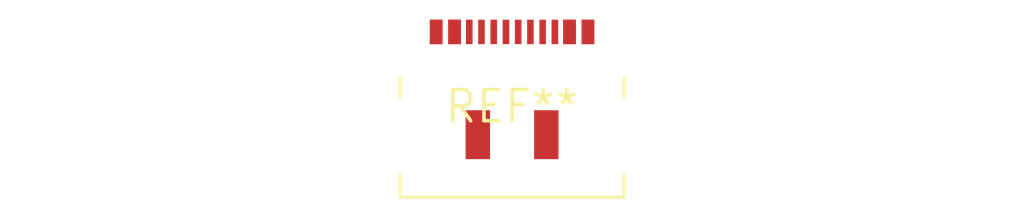
<source format=kicad_pcb>
(kicad_pcb (version 20240108) (generator pcbnew)
  (layers (0 "F.Cu" signal) (31 "B.Cu" signal) (34 "B.Paste" user) (35 "F.Paste" user) (36 "B.SilkS" user "B.Silkscreen") (37 "F.SilkS" user "F.Silkscreen") (38 "B.Mask" user) (39 "F.Mask" user) (44 "Edge.Cuts" user))
  (net 0 "")
  (footprint "USB_C_Receptacle_JAE_DX07S016JA1R1500" (layer "F.Cu") (at 0 0)
    (property "Reference" "REF**")
    (property "Value" "USB_C_Receptacle_JAE_DX07S016JA1R1500")
    (fp_line (start -4.58 -1.215) (end -4.58 -0.36) (layer "F.SilkS") (stroke (width 0.12)))
    (fp_line (start -4.58 2.76) (end -4.58 3.71) (layer "F.SilkS") (stroke (width 0.12)))
    (fp_line (start -4.58 3.71) (end 4.58 3.71) (layer "F.SilkS") (stroke (width 0.12)))
    (fp_line (start 4.58 -1.215) (end 4.58 -0.36) (layer "F.SilkS") (stroke (width 0.12)))
    (fp_line (start 4.58 2.76) (end 4.58 3.71) (layer "F.SilkS") (stroke (width 0.12)))
    (pad "" np_thru_hole circle (at -3 -1.95) (size 0.6 0.6) (drill 0.6) (layers F&B.Cu *.Mask))
    (pad "" smd rect (at -1.4 1.15) (size 1 2) (layers "F.Cu" "F.Paste" "F.Mask"))
    (pad "" smd rect (at 1.4 1.15) (size 1 2) (layers "F.Cu" "F.Paste" "F.Mask"))
    (pad "" np_thru_hole oval (at 3 -1.95) (size 0.85 0.6) (drill oval 0.85 0.6) (layers F&B.Cu *.Mask))
    (pad "A1" smd rect (at -3.1 -3.05) (size 0.52 1) (layers "F.Cu" "F.Paste" "F.Mask"))
    (pad "A4" smd rect (at -2.35 -3.05) (size 0.52 1) (layers "F.Cu" "F.Paste" "F.Mask"))
    (pad "A5" smd rect (at -1.75 -3.05) (size 0.27 1) (layers "F.Cu" "F.Paste" "F.Mask"))
    (pad "A6" smd rect (at -0.25 -3.05) (size 0.27 1) (layers "F.Cu" "F.Paste" "F.Mask"))
    (pad "A7" smd rect (at 0.75 -3.05) (size 0.27 1) (layers "F.Cu" "F.Paste" "F.Mask"))
    (pad "A8" smd rect (at 1.75 -3.05) (size 0.27 1) (layers "F.Cu" "F.Paste" "F.Mask"))
    (pad "A9" smd rect (at 2.35 -3.05) (size 0.52 1) (layers "F.Cu" "F.Paste" "F.Mask"))
    (pad "A12" smd rect (at 3.1 -3.05) (size 0.52 1) (layers "F.Cu" "F.Paste" "F.Mask"))
    (pad "B1" smd rect (at 3.1 -3.05) (size 0.52 1) (layers "F.Cu" "F.Paste" "F.Mask"))
    (pad "B4" smd rect (at 2.35 -3.05) (size 0.52 1) (layers "F.Cu" "F.Paste" "F.Mask"))
    (pad "B5" smd rect (at 1.25 -3.05) (size 0.27 1) (layers "F.Cu" "F.Paste" "F.Mask"))
    (pad "B6" smd rect (at 0.25 -3.05) (size 0.27 1) (layers "F.Cu" "F.Paste" "F.Mask"))
    (pad "B7" smd rect (at -0.75 -3.05) (size 0.27 1) (layers "F.Cu" "F.Paste" "F.Mask"))
    (pad "B8" smd rect (at -1.25 -3.05) (size 0.27 1) (layers "F.Cu" "F.Paste" "F.Mask"))
    (pad "B9" smd rect (at -2.35 -3.05) (size 0.52 1) (layers "F.Cu" "F.Paste" "F.Mask"))
    (pad "B12" smd rect (at -3.1 -3.05) (size 0.52 1) (layers "F.Cu" "F.Paste" "F.Mask"))
    (pad "S1" thru_hole oval (at -4.32 -2.675) (size 1.3 2.3) (drill oval 0.6 1.6) (layers *.Cu *.Mask) (remove_unused_layers))
    (pad "S1" thru_hole oval (at -4.32 1.15) (size 1.3 2.6) (drill oval 0.6 1.9) (layers *.Cu *.Mask) (remove_unused_layers))
    (pad "S1" thru_hole oval (at 4.32 -2.675) (size 1.3 2.3) (drill oval 0.6 1.6) (layers *.Cu *.Mask) (remove_unused_layers))
    (pad "S1" thru_hole oval (at 4.32 1.15) (size 1.3 2.6) (drill oval 0.6 1.9) (layers *.Cu *.Mask) (remove_unused_layers))
  )
)
</source>
